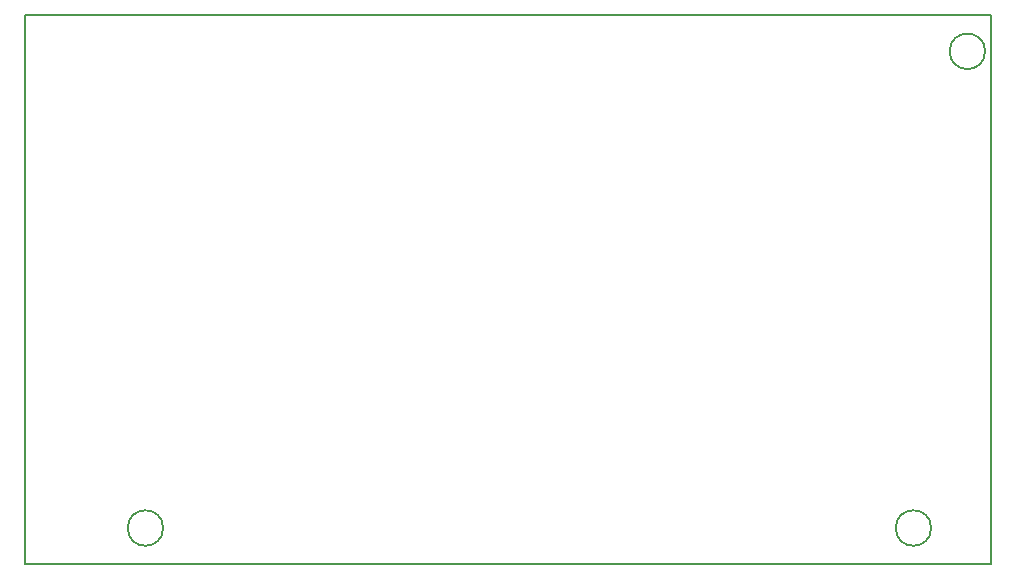
<source format=gbr>
%TF.GenerationSoftware,KiCad,Pcbnew,7.0.1*%
%TF.CreationDate,2023-11-12T14:47:07+01:00*%
%TF.ProjectId,Central_pcb,43656e74-7261-46c5-9f70-63622e6b6963,rev?*%
%TF.SameCoordinates,Original*%
%TF.FileFunction,Profile,NP*%
%FSLAX46Y46*%
G04 Gerber Fmt 4.6, Leading zero omitted, Abs format (unit mm)*
G04 Created by KiCad (PCBNEW 7.0.1) date 2023-11-12 14:47:07*
%MOMM*%
%LPD*%
G01*
G04 APERTURE LIST*
%TA.AperFunction,Profile*%
%ADD10C,0.150000*%
%TD*%
%TA.AperFunction,Profile*%
%ADD11C,0.200000*%
%TD*%
G04 APERTURE END LIST*
D10*
X181332000Y-71398000D02*
G75*
G03*
X181332000Y-71398000I-1500000J0D01*
G01*
X111736000Y-111760000D02*
G75*
G03*
X111736000Y-111760000I-1500000J0D01*
G01*
X176760000Y-111760000D02*
G75*
G03*
X176760000Y-111760000I-1500000J0D01*
G01*
D11*
X100076000Y-68326000D02*
X181864000Y-68326000D01*
X181864000Y-114808000D01*
X100076000Y-114808000D01*
X100076000Y-68326000D01*
M02*

</source>
